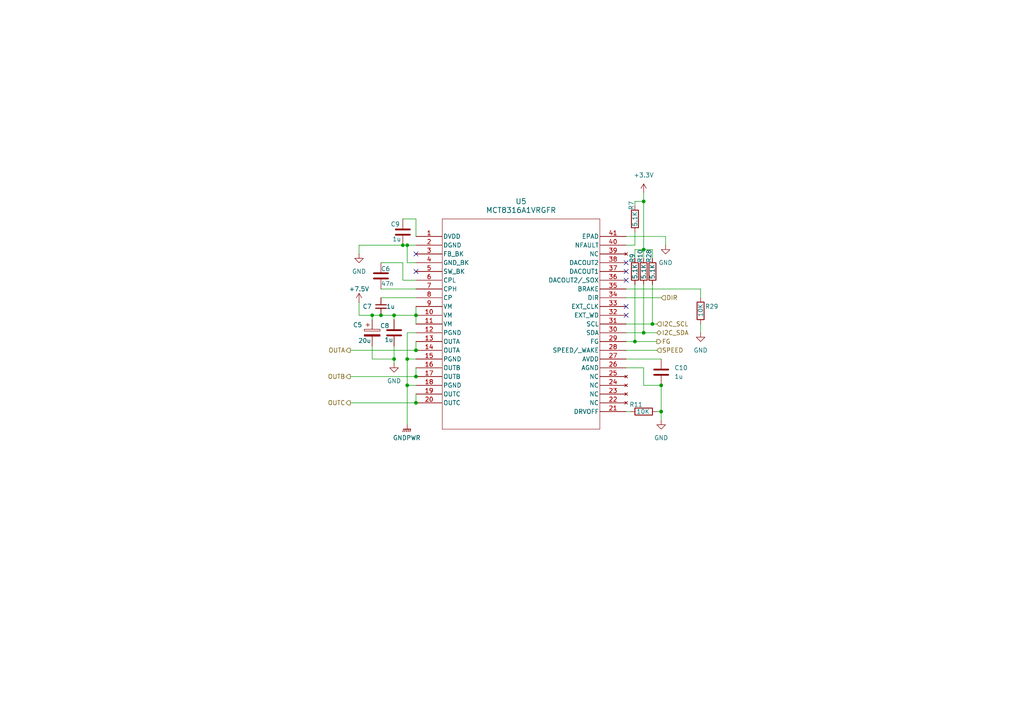
<source format=kicad_sch>
(kicad_sch (version 20231120) (generator "eeschema") (generator_version "8.0")
  (paper "A4")
  (lib_symbols
    (symbol "Device:C" (pin_numbers hide) (pin_names (offset 0.254))
      (property "Reference" "C" (at 0.635 2.54 0))
      (property "Value" "C" (at 0.635 -2.54 0))
      (symbol "C_0_1"
        (polyline (pts (xy -2.032 -0.762) (xy 2.032 -0.762)) (stroke (width 0.508)))
        (polyline (pts (xy -2.032 0.762) (xy 2.032 0.762)) (stroke (width 0.508)))
      )
      (symbol "C_1_1"
        (pin passive line (at 0 3.81 270) (length 2.794) (name "~") (number "1"))
        (pin passive line (at 0 -3.81 90) (length 2.794) (name "~") (number "2"))
      )
    )
    (symbol "Device:C_Polarized" (pin_numbers hide) (pin_names (offset 0.254))
      (property "Reference" "C" (at 0.635 2.54 0))
      (property "Value" "C_Polarized" (at 0.635 -2.54 0))
      (symbol "C_Polarized_0_1"
        (rectangle (start -2.286 0.508) (end 2.286 1.016))
        (polyline (pts (xy -1.778 2.286) (xy -0.762 2.286)))
        (polyline (pts (xy -1.27 2.794) (xy -1.27 1.778)))
        (rectangle (start 2.286 -0.508) (end -2.286 -1.016) (fill (type outline)))
      )
      (symbol "C_Polarized_1_1"
        (pin passive line (at 0 3.81 270) (length 2.794) (name "~") (number "1"))
        (pin passive line (at 0 -3.81 90) (length 2.794) (name "~") (number "2"))
      )
    )
    (symbol "Device:C_Small" (pin_numbers hide) (pin_names (offset 0.254) hide)
      (property "Reference" "C" (at 0.254 1.778 0))
      (property "Value" "C_Small" (at 0.254 -2.032 0))
      (symbol "C_Small_0_1"
        (polyline (pts (xy -1.524 -0.508) (xy 1.524 -0.508)) (stroke (width 0.3302)))
        (polyline (pts (xy -1.524 0.508) (xy 1.524 0.508)) (stroke (width 0.3048)))
      )
      (symbol "C_Small_1_1"
        (pin passive line (at 0 2.54 270) (length 2.032) (name "~") (number "1"))
        (pin passive line (at 0 -2.54 90) (length 2.032) (name "~") (number "2"))
      )
    )
    (symbol "Device:R" (pin_numbers hide) (pin_names (offset 0))
      (property "Reference" "R" (at 2.032 0 90))
      (property "Value" "R" (at 0 0 90))
      (symbol "R_0_1"
        (rectangle (start -1.016 -2.54) (end 1.016 2.54) (stroke (width 0.254)))
      )
      (symbol "R_1_1"
        (pin passive line (at 0 3.81 270) (length 1.27) (name "~") (number "1"))
        (pin passive line (at 0 -3.81 90) (length 1.27) (name "~") (number "2"))
      )
    )
    (symbol "MCT8316:MCT8316A1VRGFR" (pin_names (offset 0.254))
      (property "Reference" "U" (at 30.48 10.16 0))
      (property "Value" "MCT8316A1VRGFR" (at 30.48 7.62 0))
      (symbol "MCT8316A1VRGFR_0_1"
        (polyline (pts (xy 7.62 -55.88) (xy 53.34 -55.88)) (stroke (width 0.127)))
        (polyline (pts (xy 7.62 5.08) (xy 7.62 -55.88)) (stroke (width 0.127)))
        (polyline (pts (xy 53.34 -55.88) (xy 53.34 5.08)) (stroke (width 0.127)))
        (polyline (pts (xy 53.34 5.08) (xy 7.62 5.08)) (stroke (width 0.127)))
        (pin power_in line (at 0 0 0) (length 7.62) (name "DVDD") (number "1"))
        (pin input line (at 0 -22.86 0) (length 7.62) (name "VM") (number "10"))
        (pin input line (at 0 -25.4 0) (length 7.62) (name "VM") (number "11"))
        (pin power_out line (at 0 -27.94 0) (length 7.62) (name "PGND") (number "12"))
        (pin output line (at 0 -30.48 0) (length 7.62) (name "OUTA") (number "13"))
        (pin output line (at 0 -33.02 0) (length 7.62) (name "OUTA") (number "14"))
        (pin power_out line (at 0 -35.56 0) (length 7.62) (name "PGND") (number "15"))
        (pin output line (at 0 -38.1 0) (length 7.62) (name "OUTB") (number "16"))
        (pin output line (at 0 -40.64 0) (length 7.62) (name "OUTB") (number "17"))
        (pin power_out line (at 0 -43.18 0) (length 7.62) (name "PGND") (number "18"))
        (pin output line (at 0 -45.72 0) (length 7.62) (name "OUTC") (number "19"))
        (pin power_out line (at 0 -2.54 0) (length 7.62) (name "DGND") (number "2"))
        (pin output line (at 0 -48.26 0) (length 7.62) (name "OUTC") (number "20"))
        (pin input line (at 60.96 -50.8 180) (length 7.62) (name "DRVOFF") (number "21"))
        (pin no_connect line (at 60.96 -48.26 180) (length 7.62) (name "NC") (number "22"))
        (pin no_connect line (at 60.96 -45.72 180) (length 7.62) (name "NC") (number "23"))
        (pin no_connect line (at 60.96 -43.18 180) (length 7.62) (name "NC") (number "24"))
        (pin no_connect line (at 60.96 -40.64 180) (length 7.62) (name "NC") (number "25"))
        (pin power_out line (at 60.96 -38.1 180) (length 7.62) (name "AGND") (number "26"))
        (pin power_in line (at 60.96 -35.56 180) (length 7.62) (name "AVDD") (number "27"))
        (pin input line (at 60.96 -33.02 180) (length 7.62) (name "SPEED/_WAKE") (number "28"))
        (pin output line (at 60.96 -30.48 180) (length 7.62) (name "FG") (number "29"))
        (pin bidirectional line (at 0 -5.08 0) (length 7.62) (name "FB_BK") (number "3"))
        (pin bidirectional line (at 60.96 -27.94 180) (length 7.62) (name "SDA") (number "30"))
        (pin input line (at 60.96 -25.4 180) (length 7.62) (name "SCL") (number "31"))
        (pin input line (at 60.96 -22.86 180) (length 7.62) (name "EXT_WD") (number "32"))
        (pin input line (at 60.96 -20.32 180) (length 7.62) (name "EXT_CLK") (number "33"))
        (pin input line (at 60.96 -17.78 180) (length 7.62) (name "DIR") (number "34"))
        (pin input line (at 60.96 -15.24 180) (length 7.62) (name "BRAKE") (number "35"))
        (pin output line (at 60.96 -12.7 180) (length 7.62) (name "DACOUT2/_SOX") (number "36"))
        (pin output line (at 60.96 -10.16 180) (length 7.62) (name "DACOUT1") (number "37"))
        (pin output line (at 60.96 -7.62 180) (length 7.62) (name "DACOUT2") (number "38"))
        (pin no_connect line (at 60.96 -5.08 180) (length 7.62) (name "NC") (number "39"))
        (pin power_out line (at 0 -7.62 0) (length 7.62) (name "GND_BK") (number "4"))
        (pin output line (at 60.96 -2.54 180) (length 7.62) (name "NFAULT") (number "40"))
        (pin power_out line (at 60.96 0 180) (length 7.62) (name "EPAD") (number "41"))
        (pin power_in line (at 0 -10.16 0) (length 7.62) (name "SW_BK") (number "5"))
        (pin power_in line (at 0 -12.7 0) (length 7.62) (name "CPL") (number "6"))
        (pin power_in line (at 0 -15.24 0) (length 7.62) (name "CPH") (number "7"))
        (pin power_in line (at 0 -17.78 0) (length 7.62) (name "CP") (number "8"))
        (pin input line (at 0 -20.32 0) (length 7.62) (name "VM") (number "9"))
      )
    )
    (symbol "power:+3.3V" (power) (pin_numbers hide) (pin_names (offset 0) hide)
      (property "Value" "+3.3V" (at 0 3.556 0))
      (symbol "+3.3V_0_1"
        (polyline (pts (xy -0.762 1.27) (xy 0 2.54)))
        (polyline (pts (xy 0 0) (xy 0 2.54)))
        (polyline (pts (xy 0 2.54) (xy 0.762 1.27)))
      )
      (symbol "+3.3V_1_1"
        (pin power_in line (at 0 0 90) (length 0) (name "~") (number "1"))
      )
    )
    (symbol "power:+7.5V" (power) (pin_numbers hide) (pin_names (offset 0) hide)
      (property "Value" "+7.5V" (at 0 3.556 0))
      (symbol "+7.5V_0_1"
        (polyline (pts (xy -0.762 1.27) (xy 0 2.54)))
        (polyline (pts (xy 0 0) (xy 0 2.54)))
        (polyline (pts (xy 0 2.54) (xy 0.762 1.27)))
      )
      (symbol "+7.5V_1_1"
        (pin power_in line (at 0 0 90) (length 0) (name "~") (number "1"))
      )
    )
    (symbol "power:GND" (power) (pin_numbers hide) (pin_names (offset 0) hide)
      (property "Value" "GND" (at 0 -3.81 0))
      (symbol "GND_0_1"
        (polyline (pts (xy 0 0) (xy 0 -1.27) (xy 1.27 -1.27) (xy 0 -2.54) (xy -1.27 -1.27) (xy 0 -1.27)))
      )
      (symbol "GND_1_1"
        (pin power_in line (at 0 0 270) (length 0) (name "~") (number "1"))
      )
    )
    (symbol "power:GNDPWR" (power) (pin_numbers hide) (pin_names (offset 0) hide)
      (property "Value" "GNDPWR" (at 0 -3.302 0))
      (symbol "GNDPWR_0_1"
        (polyline (pts (xy 0 -1.27) (xy 0 0)))
        (polyline (pts (xy -1.016 -1.27) (xy -1.27 -2.032) (xy -1.27 -2.032)) (stroke (width 0.2032)))
        (polyline (pts (xy -0.508 -1.27) (xy -0.762 -2.032) (xy -0.762 -2.032)) (stroke (width 0.2032)))
        (polyline (pts (xy 0 -1.27) (xy -0.254 -2.032) (xy -0.254 -2.032)) (stroke (width 0.2032)))
        (polyline (pts (xy 0.508 -1.27) (xy 0.254 -2.032) (xy 0.254 -2.032)) (stroke (width 0.2032)))
        (polyline (pts (xy 1.016 -1.27) (xy -1.016 -1.27) (xy -1.016 -1.27)) (stroke (width 0.2032)))
        (polyline (pts (xy 1.016 -1.27) (xy 0.762 -2.032) (xy 0.762 -2.032) (xy 0.762 -2.032)) (stroke (width 0.2032)))
      )
      (symbol "GNDPWR_1_1"
        (pin power_in line (at 0 0 270) (length 0) (name "~") (number "1"))
      )
    )
  )
  (junction (at 118.11 71.12))
  (junction (at 186.69 72.39))
  (junction (at 118.11 111.76))
  (junction (at 184.15 99.06))
  (junction (at 120.65 109.22))
  (junction (at 114.3 104.14))
  (junction (at 118.11 104.14))
  (junction (at 114.3 91.44))
  (junction (at 110.49 91.44))
  (junction (at 186.69 58.42))
  (junction (at 116.84 71.12))
  (junction (at 120.65 116.84))
  (junction (at 189.23 93.98))
  (junction (at 186.69 96.52))
  (junction (at 120.65 91.44))
  (junction (at 120.65 101.6))
  (junction (at 191.77 119.38))
  (junction (at 191.77 111.76))
  (junction (at 107.95 91.44))
  (no_connect (at 181.61 91.44))
  (no_connect (at 181.61 76.2))
  (no_connect (at 181.61 78.74))
  (no_connect (at 181.61 81.28))
  (no_connect (at 120.65 73.66))
  (no_connect (at 181.61 88.9))
  (no_connect (at 120.65 78.74))
  (wire (pts (xy 110.49 91.44) (xy 107.95 91.44)))
  (wire (pts (xy 120.65 99.06) (xy 120.65 101.6)))
  (wire (pts (xy 120.65 88.9) (xy 120.65 91.44)))
  (wire (pts (xy 186.69 82.55) (xy 186.69 96.52)))
  (wire (pts (xy 114.3 91.44) (xy 110.49 91.44)))
  (wire (pts (xy 181.61 96.52) (xy 186.69 96.52)))
  (wire (pts (xy 116.84 71.12) (xy 104.14 71.12)))
  (wire (pts (xy 120.65 81.28) (xy 116.84 81.28)))
  (wire (pts (xy 189.23 93.98) (xy 190.5 93.98)))
  (wire (pts (xy 118.11 96.52) (xy 118.11 104.14)))
  (wire (pts (xy 107.95 104.14) (xy 114.3 104.14)))
  (wire (pts (xy 191.77 119.38) (xy 190.5 119.38)))
  (wire (pts (xy 189.23 72.39) (xy 186.69 72.39)))
  (wire (pts (xy 104.14 87.63) (xy 104.14 91.44)))
  (wire (pts (xy 104.14 71.12) (xy 104.14 73.66)))
  (wire (pts (xy 191.77 119.38) (xy 191.77 121.92)))
  (wire (pts (xy 110.49 86.36) (xy 120.65 86.36)))
  (wire (pts (xy 120.65 68.58) (xy 120.65 63.5)))
  (wire (pts (xy 120.65 114.3) (xy 120.65 116.84)))
  (wire (pts (xy 101.6 101.6) (xy 120.65 101.6)))
  (wire (pts (xy 107.95 100.33) (xy 107.95 104.14)))
  (wire (pts (xy 186.69 58.42) (xy 186.69 72.39)))
  (wire (pts (xy 189.23 74.93) (xy 189.23 72.39)))
  (wire (pts (xy 193.04 68.58) (xy 193.04 71.12)))
  (wire (pts (xy 181.61 101.6) (xy 190.5 101.6)))
  (wire (pts (xy 116.84 71.12) (xy 118.11 71.12)))
  (wire (pts (xy 181.61 83.82) (xy 203.2 83.82)))
  (wire (pts (xy 120.65 96.52) (xy 118.11 96.52)))
  (wire (pts (xy 107.95 91.44) (xy 107.95 92.71)))
  (wire (pts (xy 118.11 104.14) (xy 118.11 111.76)))
  (wire (pts (xy 186.69 74.93) (xy 186.69 72.39)))
  (wire (pts (xy 101.6 116.84) (xy 120.65 116.84)))
  (wire (pts (xy 114.3 104.14) (xy 114.3 105.41)))
  (wire (pts (xy 181.61 86.36) (xy 191.77 86.36)))
  (wire (pts (xy 181.61 106.68) (xy 186.69 106.68)))
  (wire (pts (xy 110.49 76.2) (xy 116.84 76.2)))
  (wire (pts (xy 120.65 63.5) (xy 116.84 63.5)))
  (wire (pts (xy 118.11 71.12) (xy 118.11 76.2)))
  (wire (pts (xy 181.61 68.58) (xy 193.04 68.58)))
  (wire (pts (xy 114.3 91.44) (xy 114.3 92.71)))
  (wire (pts (xy 181.61 104.14) (xy 191.77 104.14)))
  (wire (pts (xy 184.15 71.12) (xy 184.15 67.31)))
  (wire (pts (xy 189.23 82.55) (xy 189.23 93.98)))
  (wire (pts (xy 184.15 82.55) (xy 184.15 99.06)))
  (wire (pts (xy 182.88 119.38) (xy 181.61 119.38)))
  (wire (pts (xy 203.2 83.82) (xy 203.2 86.36)))
  (wire (pts (xy 120.65 106.68) (xy 120.65 109.22)))
  (wire (pts (xy 184.15 58.42) (xy 186.69 58.42)))
  (wire (pts (xy 120.65 91.44) (xy 120.65 93.98)))
  (wire (pts (xy 114.3 100.33) (xy 114.3 104.14)))
  (wire (pts (xy 118.11 104.14) (xy 120.65 104.14)))
  (wire (pts (xy 186.69 111.76) (xy 191.77 111.76)))
  (wire (pts (xy 203.2 93.98) (xy 203.2 96.52)))
  (wire (pts (xy 118.11 71.12) (xy 120.65 71.12)))
  (wire (pts (xy 116.84 81.28) (xy 116.84 76.2)))
  (wire (pts (xy 181.61 99.06) (xy 184.15 99.06)))
  (wire (pts (xy 107.95 91.44) (xy 104.14 91.44)))
  (wire (pts (xy 120.65 91.44) (xy 114.3 91.44)))
  (wire (pts (xy 101.6 109.22) (xy 120.65 109.22)))
  (wire (pts (xy 110.49 83.82) (xy 120.65 83.82)))
  (wire (pts (xy 186.69 96.52) (xy 190.5 96.52)))
  (wire (pts (xy 120.65 76.2) (xy 118.11 76.2)))
  (wire (pts (xy 181.61 71.12) (xy 184.15 71.12)))
  (wire (pts (xy 184.15 72.39) (xy 184.15 74.93)))
  (wire (pts (xy 186.69 106.68) (xy 186.69 111.76)))
  (wire (pts (xy 186.69 55.88) (xy 186.69 58.42)))
  (wire (pts (xy 181.61 93.98) (xy 189.23 93.98)))
  (wire (pts (xy 186.69 72.39) (xy 184.15 72.39)))
  (wire (pts (xy 118.11 111.76) (xy 120.65 111.76)))
  (wire (pts (xy 184.15 58.42) (xy 184.15 59.69)))
  (wire (pts (xy 118.11 111.76) (xy 118.11 123.19)))
  (wire (pts (xy 191.77 111.76) (xy 191.77 119.38)))
  (wire (pts (xy 184.15 99.06) (xy 190.5 99.06)))
  (hierarchical_label "OUTC" (shape output) (at 101.6 116.84 180))
  (hierarchical_label "DIR" (shape input) (at 191.77 86.36 0))
  (hierarchical_label "I2C_SDA" (shape bidirectional) (at 190.5 96.52 0))
  (hierarchical_label "OUTA" (shape output) (at 101.6 101.6 180))
  (hierarchical_label "FG" (shape output) (at 190.5 99.06 0))
  (hierarchical_label "I2C_SCL" (shape input) (at 190.5 93.98 0))
  (hierarchical_label "SPEED" (shape input) (at 190.5 101.6 0))
  (hierarchical_label "OUTB" (shape output) (at 101.6 109.22 180))
  (symbol (lib_id "power:+3.3V") (at 186.69 55.88 0) (unit 1)
    (property "Reference" "#PWR028" (effects (hide yes)))
    (property "Value" "+3.3V" (at 186.69 50.8 0))
    (property "Description" "Power symbol creates a global label with name \"+3.3V\"" (effects (hide yes)))
    (instances (project "Main System" (path "" (reference "#PWR024") (unit 1)) (path "" (reference "#PWR028") (unit 1))))
  )
  (symbol (lib_id "Device:C_Small") (at 110.49 88.9 0) (unit 1)
    (property "Reference" "C13" (at 105.156 88.9 0) (effects (justify left)))
    (property "Value" "1u" (at 112.014 88.9 0) (effects (justify left)))
    (property "Description" "Unpolarized capacitor, small symbol" (effects (hide yes)))
    (instances (project "Main System" (path "" (reference "C7") (unit 1)) (path "" (reference "C13") (unit 1))))
  )
  (symbol (lib_id "Device:R") (at 203.2 90.17 0) (unit 1)
    (property "Reference" "R17" (at 204.47 88.9 0) (effects (justify left)))
    (property "Value" "10K" (at 203.2 91.948 90) (effects (justify left)))
    (property "Description" "Resistor" (effects (hide yes)))
    (instances (project "Main System" (path "" (reference "R29") (unit 1)) (path "" (reference "R17") (unit 1))))
  )
  (symbol (lib_id "power:GND") (at 193.04 71.12 0) (unit 1)
    (property "Reference" "#PWR030" (effects (hide yes)))
    (property "Value" "GND" (at 193.04 76.2 0))
    (property "Description" "Power symbol creates a global label with name \"GND\" , ground" (effects (hide yes)))
    (instances (project "Main System" (path "" (reference "#PWR039") (unit 1)) (path "" (reference "#PWR030") (unit 1))))
  )
  (symbol (lib_id "power:GNDPWR") (at 118.11 123.19 0) (unit 1)
    (property "Reference" "#PWR023" (effects (hide yes)))
    (property "Value" "GNDPWR" (at 117.983 127 0))
    (property "Description" "Power symbol creates a global label with name \"GNDPWR\" , global ground" (effects (hide yes)))
  )
  (symbol (lib_id "Device:R") (at 184.15 78.74 0) (unit 1)
    (property "Reference" "R13" (at 183.388 76.2 90) (effects (justify left)))
    (property "Value" "5.1K" (at 184.15 81.026 90) (effects (justify left)))
    (property "Description" "Resistor" (effects (hide yes)))
    (instances (project "Main System" (path "" (reference "R9") (unit 1)) (path "" (reference "R13") (unit 1))))
  )
  (symbol (lib_id "power:GND") (at 104.14 73.66 0) (unit 1)
    (property "Reference" "#PWR020" (effects (hide yes)))
    (property "Value" "GND" (at 104.14 78.74 0))
    (property "Description" "Power symbol creates a global label with name \"GND\" , ground" (effects (hide yes)))
  )
  (symbol (lib_id "Device:C") (at 114.3 96.52 0) (unit 1)
    (property "Reference" "C14" (at 110.236 94.488 0) (effects (justify left)))
    (property "Value" "1u" (at 111.506 98.552 0) (effects (justify left)))
    (property "Description" "Unpolarized capacitor" (effects (hide yes)))
    (instances (project "Main System" (path "" (reference "C8") (unit 1)) (path "" (reference "C14") (unit 1))))
  )
  (symbol (lib_id "Device:R") (at 186.69 119.38 90) (unit 1)
    (property "Reference" "R15" (at 186.436 117.348 90) (effects (justify left)))
    (property "Value" "10K" (at 188.468 119.38 90) (effects (justify left)))
    (property "Description" "Resistor" (effects (hide yes)))
    (instances (project "Main System" (path "" (reference "R11") (unit 1)) (path "" (reference "R15") (unit 1))))
  )
  (symbol (lib_id "power:GND") (at 203.2 96.52 0) (unit 1)
    (property "Reference" "#PWR031" (effects (hide yes)))
    (property "Value" "GND" (at 203.2 101.6 0))
    (property "Description" "Power symbol creates a global label with name \"GND\" , ground" (effects (hide yes)))
    (instances (project "Main System" (path "" (reference "#PWR040") (unit 1)) (path "" (reference "#PWR031") (unit 1))))
  )
  (symbol (lib_id "Device:C") (at 110.49 80.01 0) (unit 1)
    (property "Reference" "C12" (at 110.49 77.978 0) (effects (justify left)))
    (property "Value" "47n" (at 110.49 82.296 0) (effects (justify left)))
    (property "Description" "Unpolarized capacitor" (effects (hide yes)))
    (instances (project "Main System" (path "" (reference "C6") (unit 1)) (path "" (reference "C12") (unit 1))))
  )
  (symbol (lib_id "Device:C_Polarized") (at 107.95 96.52 0) (unit 1)
    (property "Reference" "C11" (at 102.362 94.234 0) (effects (justify left)))
    (property "Value" "20u" (at 103.886 98.806 0) (effects (justify left)))
    (property "Description" "Polarized capacitor" (effects (hide yes)))
    (instances (project "Main System" (path "" (reference "C5") (unit 1)) (path "" (reference "C11") (unit 1))))
  )
  (symbol (lib_id "Device:R") (at 189.23 78.74 0) (unit 1)
    (property "Reference" "R16" (at 188.214 76.2 90) (effects (justify left)))
    (property "Value" "5.1K" (at 189.23 81.026 90) (effects (justify left)))
    (property "Description" "Resistor" (effects (hide yes)))
    (instances (project "Main System" (path "" (reference "R28") (unit 1)) (path "" (reference "R16") (unit 1))))
  )
  (symbol (lib_id "Device:C") (at 191.77 107.95 0) (unit 1)
    (property "Reference" "C16" (at 195.58 106.6799 0) (effects (justify left)))
    (property "Value" "1u" (at 195.58 109.2199 0) (effects (justify left)))
    (property "Description" "Unpolarized capacitor" (effects (hide yes)))
    (instances (project "Main System" (path "" (reference "C10") (unit 1)) (path "" (reference "C16") (unit 1))))
  )
  (symbol (lib_id "power:GND") (at 191.77 121.92 0) (unit 1)
    (property "Reference" "#PWR029" (effects (hide yes)))
    (property "Value" "GND" (at 191.77 127 0))
    (property "Description" "Power symbol creates a global label with name \"GND\" , ground" (effects (hide yes)))
    (instances (project "Main System" (path "" (reference "#PWR027") (unit 1)) (path "" (reference "#PWR029") (unit 1))))
  )
  (symbol (lib_id "power:+7.5V") (at 104.14 87.63 0) (unit 1)
    (property "Reference" "#PWR025" (effects (hide yes)))
    (property "Value" "+7.5V" (at 104.14 83.82 0))
    (property "Description" "Power symbol creates a global label with name \"+7.5V\"" (effects (hide yes)))
    (instances (project "Main System" (path "" (reference "#PWR021") (unit 1)) (path "" (reference "#PWR025") (unit 1))))
  )
  (symbol (lib_id "Device:C") (at 116.84 67.31 0) (unit 1)
    (property "Reference" "C15" (at 113.284 65.024 0) (effects (justify left)))
    (property "Value" "1u" (at 113.792 69.342 0) (effects (justify left)))
    (property "Description" "Unpolarized capacitor" (effects (hide yes)))
    (instances (project "Main System" (path "" (reference "C9") (unit 1)) (path "" (reference "C15") (unit 1))))
  )
  (symbol (lib_id "MCT8316:MCT8316A1VRGFR") (at 120.65 68.58 0) (unit 1)
    (property "Reference" "U4" (at 151.13 58.42 0) (effects (font (size 1.524 1.524))))
    (property "Value" "MCT8316A1VRGFR" (at 151.13 60.96 0) (effects (font (size 1.524 1.524))))
    (property "Footprint" "VQFN40_RGF_TEX" (effects (hide yes)))
    (property "Datasheet" "MCT8316A1VRGFR" (effects (hide yes)))
    (instances (project "Main System" (path "" (reference "U5") (unit 1)) (path "" (reference "U4") (unit 1))))
  )
  (symbol (lib_id "Device:R") (at 184.15 63.5 0) (unit 1)
    (property "Reference" "R12" (at 183.134 60.96 90) (effects (justify left)))
    (property "Value" "5.1K" (at 184.15 65.786 90) (effects (justify left)))
    (property "Description" "Resistor" (effects (hide yes)))
    (instances (project "Main System" (path "" (reference "R7") (unit 1)) (path "" (reference "R12") (unit 1))))
  )
  (symbol (lib_id "Device:R") (at 186.69 78.74 0) (unit 1)
    (property "Reference" "R14" (at 185.674 76.2 90) (effects (justify left)))
    (property "Value" "5.1K" (at 186.69 81.026 90) (effects (justify left)))
    (property "Description" "Resistor" (effects (hide yes)))
    (instances (project "Main System" (path "" (reference "R10") (unit 1)) (path "" (reference "R14") (unit 1))))
  )
  (symbol (lib_id "power:GND") (at 114.3 105.41 0) (unit 1)
    (property "Reference" "#PWR026" (effects (hide yes)))
    (property "Value" "GND" (at 114.3 110.49 0))
    (property "Description" "Power symbol creates a global label with name \"GND\" , ground" (effects (hide yes)))
    (instances (project "Main System" (path "" (reference "#PWR022") (unit 1)) (path "" (reference "#PWR026") (unit 1))))
  )
)
</source>
